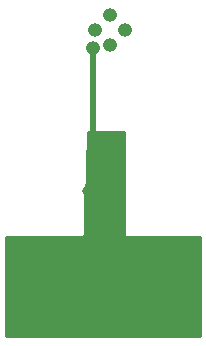
<source format=gbr>
G04 #@! TF.GenerationSoftware,KiCad,Pcbnew,5.0.0-fee4fd1~65~ubuntu16.04.1*
G04 #@! TF.CreationDate,2018-08-02T14:10:23+02:00*
G04 #@! TF.ProjectId,beetrax-pcb2,626565747261782D706362322E6B6963,rev?*
G04 #@! TF.SameCoordinates,Original*
G04 #@! TF.FileFunction,Copper,L2,Bot,Signal*
G04 #@! TF.FilePolarity,Positive*
%FSLAX46Y46*%
G04 Gerber Fmt 4.6, Leading zero omitted, Abs format (unit mm)*
G04 Created by KiCad (PCBNEW 5.0.0-fee4fd1~65~ubuntu16.04.1) date Thu Aug  2 14:10:23 2018*
%MOMM*%
%LPD*%
G01*
G04 APERTURE LIST*
G04 #@! TA.AperFunction,ComponentPad*
%ADD10O,1.200000X1.200000*%
G04 #@! TD*
G04 #@! TA.AperFunction,ViaPad*
%ADD11C,0.800000*%
G04 #@! TD*
G04 #@! TA.AperFunction,Conductor*
%ADD12C,0.500000*%
G04 #@! TD*
G04 #@! TA.AperFunction,Conductor*
%ADD13C,0.254000*%
G04 #@! TD*
G04 APERTURE END LIST*
D10*
G04 #@! TO.P,U2,5*
G04 #@! TO.N,GND*
X144000000Y-120215000D03*
G04 #@! TO.P,U2,1*
G04 #@! TO.N,Net-(C2-Pad1)*
X144180000Y-118770000D03*
G04 #@! TO.P,U2,4*
G04 #@! TO.N,Net-(C3-Pad2)*
X145450000Y-120040000D03*
G04 #@! TO.P,U2,2*
G04 #@! TO.N,Net-(C1-Pad1)*
X145450000Y-117500000D03*
G04 #@! TO.P,U2,3*
G04 #@! TO.N,Net-(C4-Pad2)*
X146720000Y-118770000D03*
G04 #@! TD*
D11*
G04 #@! TO.N,GND*
X144000000Y-129050000D03*
X146050000Y-129880000D03*
X143510000Y-132334000D03*
X141986000Y-137668000D03*
X146371010Y-133282990D03*
G04 #@! TD*
D12*
G04 #@! TO.N,GND*
X144000000Y-129050000D02*
X144000000Y-129050000D01*
X144000000Y-120215000D02*
X144000000Y-128270000D01*
X144000000Y-128524000D02*
X144526000Y-128524000D01*
X144000000Y-128270000D02*
X144000000Y-128524000D01*
X144000000Y-128524000D02*
X144000000Y-129050000D01*
X144526000Y-128524000D02*
X146050000Y-130048000D01*
X144000000Y-130810000D02*
X144000000Y-131046000D01*
X144000000Y-128270000D02*
X144000000Y-130810000D01*
X144000000Y-130810000D02*
X144000000Y-132098000D01*
X144000000Y-130810000D02*
X144018000Y-130810000D01*
X144018000Y-130810000D02*
X146304000Y-133096000D01*
X144000000Y-132098000D02*
X143510000Y-132588000D01*
X143510000Y-132588000D02*
X143510000Y-136144000D01*
X143510000Y-136144000D02*
X141986000Y-137668000D01*
X141986000Y-137668000D02*
X141986000Y-137668000D01*
G04 #@! TD*
D13*
G04 #@! TO.N,GND*
G36*
X146685000Y-136144000D02*
X146694667Y-136192601D01*
X146722197Y-136233803D01*
X146763399Y-136261333D01*
X146812000Y-136271000D01*
X153070000Y-136271000D01*
X153070001Y-144660000D01*
X136710000Y-144660000D01*
X136710000Y-136271000D01*
X143256000Y-136271000D01*
X143304601Y-136261333D01*
X143345803Y-136233803D01*
X143373333Y-136192601D01*
X143382948Y-136147627D01*
X143633423Y-127381000D01*
X146685000Y-127381000D01*
X146685000Y-136144000D01*
X146685000Y-136144000D01*
G37*
X146685000Y-136144000D02*
X146694667Y-136192601D01*
X146722197Y-136233803D01*
X146763399Y-136261333D01*
X146812000Y-136271000D01*
X153070000Y-136271000D01*
X153070001Y-144660000D01*
X136710000Y-144660000D01*
X136710000Y-136271000D01*
X143256000Y-136271000D01*
X143304601Y-136261333D01*
X143345803Y-136233803D01*
X143373333Y-136192601D01*
X143382948Y-136147627D01*
X143633423Y-127381000D01*
X146685000Y-127381000D01*
X146685000Y-136144000D01*
G04 #@! TD*
M02*

</source>
